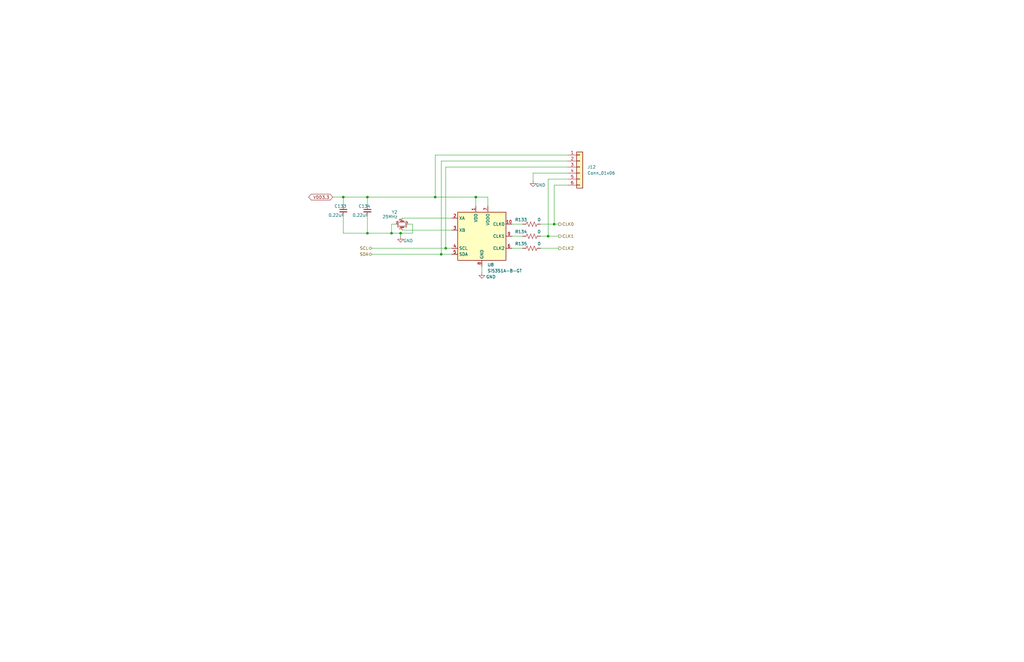
<source format=kicad_sch>
(kicad_sch (version 20230121) (generator eeschema)
  (paper "B")
  (lib_symbols
    (symbol "Connector_Generic:Conn_01x06" (pin_names (offset 1.016) hide)
      (property "Reference" "J" (at 0 7.62 0))
      (property "Value" "Conn_01x06" (at 0 -10.16 0))
      (symbol "Conn_01x06_1_1"
        (rectangle (start -1.27 -7.493) (end 0 -7.747) (stroke (width 0.1524)))
        (rectangle (start -1.27 -4.953) (end 0 -5.207) (stroke (width 0.1524)))
        (rectangle (start -1.27 -2.413) (end 0 -2.667) (stroke (width 0.1524)))
        (rectangle (start -1.27 0.127) (end 0 -0.127) (stroke (width 0.1524)))
        (rectangle (start -1.27 2.667) (end 0 2.413) (stroke (width 0.1524)))
        (rectangle (start -1.27 5.207) (end 0 4.953) (stroke (width 0.1524)))
        (rectangle (start -1.27 6.35) (end 1.27 -8.89) (stroke (width 0.254)) (fill (type background)))
        (pin passive line (at -5.08 5.08 0) (length 3.81) (name "Pin_1") (number "1"))
        (pin passive line (at -5.08 2.54 0) (length 3.81) (name "Pin_2") (number "2"))
        (pin passive line (at -5.08 0 0) (length 3.81) (name "Pin_3") (number "3"))
        (pin passive line (at -5.08 -2.54 0) (length 3.81) (name "Pin_4") (number "4"))
        (pin passive line (at -5.08 -5.08 0) (length 3.81) (name "Pin_5") (number "5"))
        (pin passive line (at -5.08 -7.62 0) (length 3.81) (name "Pin_6") (number "6"))
      )
    )
    (symbol "Device:C_Small" (pin_numbers hide) (pin_names (offset 0.254) hide)
      (property "Reference" "C" (at 0.254 1.778 0))
      (property "Value" "C_Small" (at 0.254 -2.032 0))
      (symbol "C_Small_0_1"
        (polyline (pts (xy -1.524 -0.508) (xy 1.524 -0.508)) (stroke (width 0.3302)))
        (polyline (pts (xy -1.524 0.508) (xy 1.524 0.508)) (stroke (width 0.3048)))
      )
      (symbol "C_Small_1_1"
        (pin passive line (at 0 2.54 270) (length 2.032) (name "~") (number "1"))
        (pin passive line (at 0 -2.54 90) (length 2.032) (name "~") (number "2"))
      )
    )
    (symbol "Device:Crystal_GND24_Small" (pin_names (offset 1.016) hide)
      (property "Reference" "Y" (at 1.27 4.445 0))
      (property "Value" "Crystal_GND24_Small" (at 1.27 2.54 0))
      (symbol "Crystal_GND24_Small_0_1"
        (rectangle (start -0.762 -1.524) (end 0.762 1.524))
        (polyline (pts (xy -1.27 -0.762) (xy -1.27 0.762)) (stroke (width 0.381)))
        (polyline (pts (xy 1.27 -0.762) (xy 1.27 0.762)) (stroke (width 0.381)))
        (polyline (pts (xy -1.27 -1.27) (xy -1.27 -1.905) (xy 1.27 -1.905) (xy 1.27 -1.27)))
        (polyline (pts (xy -1.27 1.27) (xy -1.27 1.905) (xy 1.27 1.905) (xy 1.27 1.27)))
      )
      (symbol "Crystal_GND24_Small_1_1"
        (pin passive line (at -2.54 0 0) (length 1.27) (name "1") (number "1"))
        (pin passive line (at 0 -2.54 90) (length 0.635) (name "2") (number "2"))
        (pin passive line (at 2.54 0 180) (length 1.27) (name "3") (number "3"))
        (pin passive line (at 0 2.54 270) (length 0.635) (name "4") (number "4"))
      )
    )
    (symbol "Device:R_US" (pin_numbers hide) (pin_names (offset 0))
      (property "Reference" "R" (at 2.54 0 90))
      (property "Value" "R_US" (at -2.54 0 90))
      (symbol "R_US_0_1"
        (polyline (pts (xy 0 -2.286) (xy 0 -2.54)))
        (polyline (pts (xy 0 2.286) (xy 0 2.54)))
        (polyline (pts (xy 0 -0.762) (xy 1.016 -1.143) (xy 0 -1.524) (xy -1.016 -1.905) (xy 0 -2.286)))
        (polyline (pts (xy 0 0.762) (xy 1.016 0.381) (xy 0 0) (xy -1.016 -0.381) (xy 0 -0.762)))
        (polyline (pts (xy 0 2.286) (xy 1.016 1.905) (xy 0 1.524) (xy -1.016 1.143) (xy 0 0.762)))
      )
      (symbol "R_US_1_1"
        (pin passive line (at 0 3.81 270) (length 1.27) (name "~") (number "1"))
        (pin passive line (at 0 -3.81 90) (length 1.27) (name "~") (number "2"))
      )
    )
    (symbol "Oscillator:Si5351A-B-GT"
      (property "Reference" "U" (at -8.89 11.43 0))
      (property "Value" "Si5351A-B-GT" (at -12.7 -12.7 0))
      (symbol "Si5351A-B-GT_0_1"
        (rectangle (start -10.16 10.16) (end 10.16 -10.16) (stroke (width 0.254)) (fill (type background)))
      )
      (symbol "Si5351A-B-GT_1_1"
        (pin power_in line (at -2.54 12.7 270) (length 2.54) (name "VDD") (number "1"))
        (pin output line (at 12.7 5.08 180) (length 2.54) (name "CLK0") (number "10"))
        (pin input line (at -12.7 7.62 0) (length 2.54) (name "XA") (number "2"))
        (pin input line (at -12.7 2.54 0) (length 2.54) (name "XB") (number "3"))
        (pin input line (at -12.7 -5.08 0) (length 2.54) (name "SCL") (number "4"))
        (pin bidirectional line (at -12.7 -7.62 0) (length 2.54) (name "SDA") (number "5"))
        (pin output line (at 12.7 -5.08 180) (length 2.54) (name "CLK2") (number "6"))
        (pin power_in line (at 2.54 12.7 270) (length 2.54) (name "VDDO") (number "7"))
        (pin power_in line (at 0 -12.7 90) (length 2.54) (name "GND") (number "8"))
        (pin output line (at 12.7 0 180) (length 2.54) (name "CLK1") (number "9"))
      )
    )
    (symbol "power:GND" (power) (pin_names (offset 0))
      (property "Value" "GND" (at 0 -3.81 0))
      (symbol "GND_0_1"
        (polyline (pts (xy 0 0) (xy 0 -1.27) (xy 1.27 -1.27) (xy 0 -2.54) (xy -1.27 -1.27) (xy 0 -1.27)))
      )
      (symbol "GND_1_1"
        (pin power_in line (at 0 0 270) (length 0) hide (name "GND") (number "1"))
      )
    )
  )
  (junction (at 186.055 107.315))
  (junction (at 233.68 94.615))
  (junction (at 187.96 104.775))
  (junction (at 144.78 83.185))
  (junction (at 183.515 83.185))
  (junction (at 154.94 98.425))
  (junction (at 168.91 98.425))
  (junction (at 231.14 99.695))
  (junction (at 200.66 83.185))
  (junction (at 165.1 98.425))
  (junction (at 154.94 83.185))
  (wire (pts (xy 233.68 94.615) (xy 235.585 94.615)))
  (wire (pts (xy 200.66 86.995) (xy 200.66 83.185)))
  (wire (pts (xy 169.545 97.155) (xy 190.5 97.155)))
  (wire (pts (xy 239.395 73.025) (xy 224.79 73.025)))
  (wire (pts (xy 239.395 65.405) (xy 183.515 65.405)))
  (wire (pts (xy 187.96 70.485) (xy 187.96 104.775)))
  (wire (pts (xy 173.99 98.425) (xy 173.99 94.615)))
  (wire (pts (xy 165.1 98.425) (xy 168.91 98.425)))
  (wire (pts (xy 227.965 99.695) (xy 231.14 99.695)))
  (wire (pts (xy 144.78 98.425) (xy 154.94 98.425)))
  (wire (pts (xy 156.845 104.775) (xy 187.96 104.775)))
  (wire (pts (xy 183.515 65.405) (xy 183.515 83.185)))
  (wire (pts (xy 144.78 83.185) (xy 154.94 83.185)))
  (wire (pts (xy 239.395 78.105) (xy 233.68 78.105)))
  (wire (pts (xy 167.005 94.615) (xy 165.1 94.615)))
  (wire (pts (xy 227.965 94.615) (xy 233.68 94.615)))
  (wire (pts (xy 169.545 92.075) (xy 190.5 92.075)))
  (wire (pts (xy 215.9 104.775) (xy 220.345 104.775)))
  (wire (pts (xy 165.1 94.615) (xy 165.1 98.425)))
  (wire (pts (xy 154.94 91.44) (xy 154.94 98.425)))
  (wire (pts (xy 233.68 78.105) (xy 233.68 94.615)))
  (wire (pts (xy 239.395 75.565) (xy 231.14 75.565)))
  (wire (pts (xy 227.965 104.775) (xy 235.585 104.775)))
  (wire (pts (xy 215.9 99.695) (xy 220.345 99.695)))
  (wire (pts (xy 183.515 83.185) (xy 200.66 83.185)))
  (wire (pts (xy 239.395 70.485) (xy 187.96 70.485)))
  (wire (pts (xy 205.74 86.995) (xy 205.74 83.185)))
  (wire (pts (xy 231.14 99.695) (xy 235.585 99.695)))
  (wire (pts (xy 144.78 91.44) (xy 144.78 98.425)))
  (wire (pts (xy 168.91 98.425) (xy 168.91 99.695)))
  (wire (pts (xy 239.395 67.945) (xy 186.055 67.945)))
  (wire (pts (xy 205.74 83.185) (xy 200.66 83.185)))
  (wire (pts (xy 154.94 83.185) (xy 154.94 86.36)))
  (wire (pts (xy 224.79 73.025) (xy 224.79 76.2)))
  (wire (pts (xy 215.9 94.615) (xy 220.345 94.615)))
  (wire (pts (xy 186.055 67.945) (xy 186.055 107.315)))
  (wire (pts (xy 154.94 83.185) (xy 183.515 83.185)))
  (wire (pts (xy 186.055 107.315) (xy 190.5 107.315)))
  (wire (pts (xy 144.78 83.185) (xy 144.78 86.36)))
  (wire (pts (xy 173.99 94.615) (xy 172.085 94.615)))
  (wire (pts (xy 168.91 98.425) (xy 173.99 98.425)))
  (wire (pts (xy 154.94 98.425) (xy 165.1 98.425)))
  (wire (pts (xy 140.335 83.185) (xy 144.78 83.185)))
  (wire (pts (xy 156.845 107.315) (xy 186.055 107.315)))
  (wire (pts (xy 203.2 112.395) (xy 203.2 114.935)))
  (wire (pts (xy 187.96 104.775) (xy 190.5 104.775)))
  (wire (pts (xy 231.14 75.565) (xy 231.14 99.695)))
  (global_label "VDD3.3" (shape bidirectional) (at 140.335 83.185 180) (property "Intersheetrefs" "${INTERSHEET_REFS}" (at 130.2386 83.185 0) (effects (justify right))))
  (hierarchical_label "SDA" (shape bidirectional) (at 156.845 107.315 180))
  (hierarchical_label "CLK0" (shape output) (at 235.585 94.615 0))
  (hierarchical_label "SCL" (shape bidirectional) (at 156.845 104.775 180))
  (hierarchical_label "CLK1" (shape output) (at 235.585 99.695 0))
  (hierarchical_label "CLK2" (shape output) (at 235.585 104.775 0))
  (symbol (lib_id "Oscillator:Si5351A-B-GT") (at 203.2 99.695 0) (unit 1)
    (property "Reference" "U8" (at 205.5234 111.76 0) (effects (justify left)))
    (property "Value" "Si5351A-B-GT" (at 205.5234 114.3 0) (effects (justify left)))
    (property "Footprint" "Package_SO:MSOP-10_3x3mm_P0.5mm" (effects hide))
    (property "Datasheet" "https://www.silabs.com/documents/public/data-sheets/Si5351-B.pdf" (effects hide))
  )
  (symbol (lib_id "Connector_Generic:Conn_01x06") (at 244.475 70.485 0) (unit 1)
    (property "Reference" "J12" (at 247.65 70.485 0) (effects (justify left)))
    (property "Value" "Conn_01x06" (at 247.65 73.025 0) (effects (justify left)))
    (property "Footprint" "Connector_PinHeader_2.54mm:PinHeader_1x06_P2.54mm_Vertical" (effects hide))
  )
  (symbol (lib_id "power:GND") (at 203.2 114.935 0) (unit 1)
    (property "Reference" "#PWR038" (effects hide))
    (property "Value" "GND" (at 207.01 116.84 0))
  )
  (symbol (lib_id "Device:R_US") (at 224.155 104.775 90) (unit 1)
    (property "Reference" "R135" (at 219.71 102.87 90))
    (property "Value" "0" (at 227.33 102.87 90))
    (property "Footprint" "Resistor_SMD:R_0603_1608Metric_Pad0.98x0.95mm_HandSolder" (effects hide))
  )
  (symbol (lib_id "power:GND") (at 168.91 99.695 0) (unit 1)
    (property "Reference" "#PWR037" (effects hide))
    (property "Value" "GND" (at 172.085 101.6 0))
  )
  (symbol (lib_id "Device:Crystal_GND24_Small") (at 169.545 94.615 270) (mirror x) (unit 1)
    (property "Reference" "Y2" (at 166.37 89.535 90))
    (property "Value" "25MHz" (at 164.465 91.44 90))
    (property "Footprint" "Crystal:Crystal_SMD_Abracon_ABM8G-4Pin_3.2x2.5mm" (effects hide))
  )
  (symbol (lib_id "power:GND") (at 224.79 76.2 0) (unit 1)
    (property "Reference" "#PWR049" (effects hide))
    (property "Value" "GND" (at 227.965 78.105 0))
  )
  (symbol (lib_id "Device:R_US") (at 224.155 94.615 90) (unit 1)
    (property "Reference" "R133" (at 219.71 92.71 90))
    (property "Value" "0" (at 227.33 92.71 90))
    (property "Footprint" "Resistor_SMD:R_0603_1608Metric_Pad0.98x0.95mm_HandSolder" (effects hide))
  )
  (symbol (lib_id "Device:C_Small") (at 144.78 88.9 0) (unit 1)
    (property "Reference" "C133" (at 140.97 86.995 0) (effects (justify left)))
    (property "Value" "0.22uF" (at 138.43 90.805 0) (effects (justify left)))
    (property "Footprint" "Capacitor_SMD:C_0603_1608Metric_Pad1.08x0.95mm_HandSolder" (effects hide))
  )
  (symbol (lib_id "Device:C_Small") (at 154.94 88.9 0) (unit 1)
    (property "Reference" "C134" (at 151.13 86.995 0) (effects (justify left)))
    (property "Value" "0.22uF" (at 148.59 90.805 0) (effects (justify left)))
    (property "Footprint" "Capacitor_SMD:C_0603_1608Metric_Pad1.08x0.95mm_HandSolder" (effects hide))
  )
  (symbol (lib_id "Device:R_US") (at 224.155 99.695 90) (unit 1)
    (property "Reference" "R134" (at 219.71 97.79 90))
    (property "Value" "0" (at 227.33 97.79 90))
    (property "Footprint" "Resistor_SMD:R_0603_1608Metric_Pad0.98x0.95mm_HandSolder" (effects hide))
  )
)
</source>
